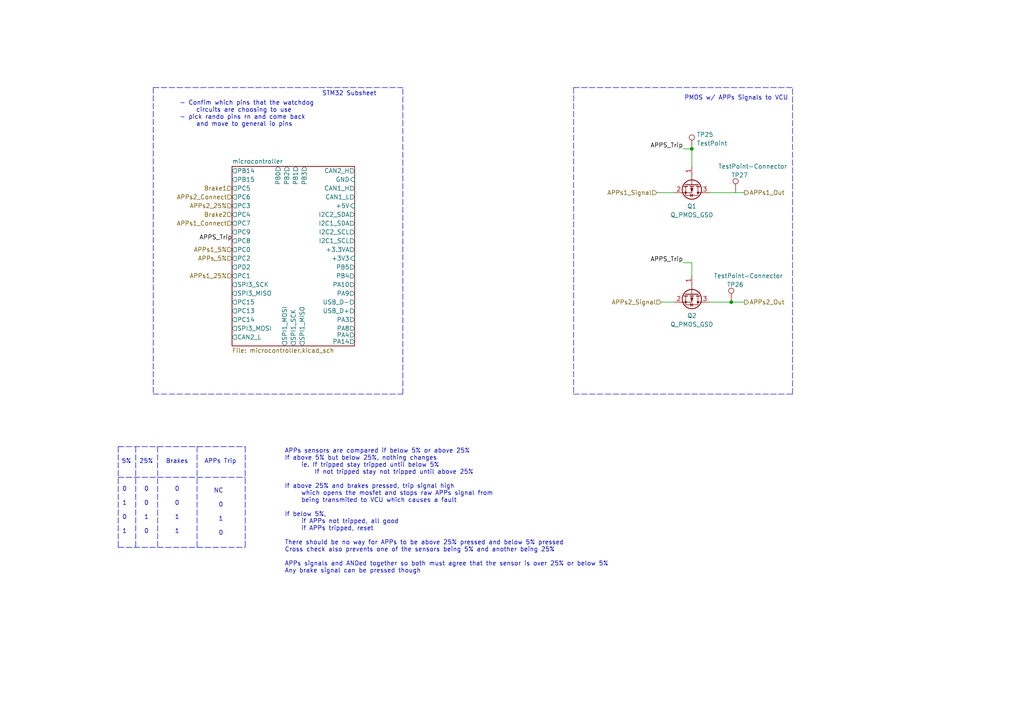
<source format=kicad_sch>
(kicad_sch (version 20211123) (generator eeschema)
  (paper "A4")
  (lib_symbols
    (symbol "20-ELC-2-01-R1(Appetizer)-rescue:TestPoint-Connector" (pin_numbers hide) (pin_names (offset 0.762) hide)
      (property "Reference" "TP" (at 0 6.858 0))
      (property "Value" "TestPoint-Connector" (at 0 5.08 0))
      (symbol "TestPoint-Connector_0_1"
        (circle (center 0 3.302) (radius 0.762))
      )
      (symbol "TestPoint-Connector_1_1"
        (pin passive line (at 0 0 90) (length 2.54) (name "1") (number "1"))
      )
    )
    (symbol "Connector:TestPoint" (pin_numbers hide) (pin_names (offset 0.762) hide)
      (property "Reference" "TP" (at 0 6.858 0))
      (property "Value" "TestPoint" (at 0 5.08 0))
      (symbol "TestPoint_0_1"
        (circle (center 0 3.302) (radius 0.762))
      )
      (symbol "TestPoint_1_1"
        (pin passive line (at 0 0 90) (length 2.54) (name "1") (number "1"))
      )
    )
    (symbol "Device:Q_PMOS_GSD" (pin_names (offset 0) hide)
      (property "Reference" "Q" (at 5.08 1.27 0))
      (property "Value" "Q_PMOS_GSD" (at 5.08 -1.27 0))
      (symbol "Q_PMOS_GSD_0_1"
        (polyline (pts (xy 0.254 0) (xy -2.54 0)))
        (polyline (pts (xy 0.254 1.905) (xy 0.254 -1.905)) (stroke (width 0.254)))
        (polyline (pts (xy 0.762 -1.27) (xy 0.762 -2.286)) (stroke (width 0.254)))
        (polyline (pts (xy 0.762 0.508) (xy 0.762 -0.508)) (stroke (width 0.254)))
        (polyline (pts (xy 0.762 2.286) (xy 0.762 1.27)) (stroke (width 0.254)))
        (polyline (pts (xy 2.54 2.54) (xy 2.54 1.778)))
        (polyline (pts (xy 2.54 -2.54) (xy 2.54 0) (xy 0.762 0)))
        (polyline (pts (xy 0.762 1.778) (xy 3.302 1.778) (xy 3.302 -1.778) (xy 0.762 -1.778)))
        (polyline (pts (xy 2.286 0) (xy 1.27 0.381) (xy 1.27 -0.381) (xy 2.286 0)) (fill (type outline)))
        (polyline (pts (xy 2.794 -0.508) (xy 2.921 -0.381) (xy 3.683 -0.381) (xy 3.81 -0.254)))
        (polyline (pts (xy 3.302 -0.381) (xy 2.921 0.254) (xy 3.683 0.254) (xy 3.302 -0.381)))
        (circle (center 1.651 0) (radius 2.794) (stroke (width 0.254)))
        (circle (center 2.54 -1.778) (radius 0.254) (fill (type outline)))
        (circle (center 2.54 1.778) (radius 0.254) (fill (type outline)))
      )
      (symbol "Q_PMOS_GSD_1_1"
        (pin input line (at -5.08 0 0) (length 2.54) (name "G") (number "1"))
        (pin passive line (at 2.54 -5.08 90) (length 2.54) (name "S") (number "2"))
        (pin passive line (at 2.54 5.08 270) (length 2.54) (name "D") (number "3"))
      )
    )
  )
  (junction (at 200.66 43.18))
  (junction (at 212.09 87.63))
  (polyline (pts (xy 39.37 129.54) (xy 39.37 158.75)))
  (polyline (pts (xy 116.84 114.3) (xy 116.84 25.4)))
  (polyline (pts (xy 166.37 25.4) (xy 166.37 114.3)))
  (wire (pts (xy 205.74 87.63) (xy 212.09 87.63)))
  (wire (pts (xy 190.5 55.88) (xy 195.58 55.88)))
  (polyline (pts (xy 34.29 129.54) (xy 34.29 158.75)))
  (polyline (pts (xy 34.29 158.75) (xy 71.12 158.75)))
  (wire (pts (xy 212.09 87.63) (xy 215.9 87.63)))
  (polyline (pts (xy 44.45 114.3) (xy 116.84 114.3)))
  (polyline (pts (xy 39.37 158.75) (xy 39.37 158.75)))
  (polyline (pts (xy 34.29 129.54) (xy 71.12 129.54)))
  (polyline (pts (xy 44.45 25.4) (xy 116.84 25.4)))
  (polyline (pts (xy 44.45 25.4) (xy 44.45 114.3)))
  (polyline (pts (xy 229.87 114.3) (xy 229.87 25.4)))
  (polyline (pts (xy 71.12 129.54) (xy 71.12 158.75)))
  (polyline (pts (xy 166.37 25.4) (xy 229.87 25.4)))
  (polyline (pts (xy 166.37 114.3) (xy 229.87 114.3)))
  (polyline (pts (xy 57.15 129.54) (xy 57.15 158.75)))
  (wire (pts (xy 200.66 43.18) (xy 200.66 48.26)))
  (polyline (pts (xy 45.72 129.54) (xy 45.72 158.75)))
  (wire (pts (xy 198.12 43.18) (xy 200.66 43.18)))
  (wire (pts (xy 198.12 76.2) (xy 200.66 76.2)))
  (wire (pts (xy 205.74 55.88) (xy 215.9 55.88)))
  (wire (pts (xy 191.77 87.63) (xy 195.58 87.63)))
  (polyline (pts (xy 34.29 138.43) (xy 71.12 138.43)))
  (wire (pts (xy 200.66 76.2) (xy 200.66 80.01)))
  (text "5%" (at 38.1 134.62 180) (effects (font (size 1.27 1.27)) (justify right bottom)))
  (text "STM32 Subsheet" (at 109.22 27.94 180) (effects (font (size 1.27 1.27)) (justify right bottom)))
  (text "0\n\n0\n\n1\n\n1" (at 52.07 154.94 180) (effects (font (size 1.27 1.27)) (justify right bottom)))
  (text "25%" (at 44.45 134.62 180) (effects (font (size 1.27 1.27)) (justify right bottom)))
  (text "APPs Trip" (at 68.58 134.62 180) (effects (font (size 1.27 1.27)) (justify right bottom)))
  (text "PMOS w/ APPs Signals to VCU" (at 228.6 29.21 180) (effects (font (size 1.27 1.27)) (justify right bottom)))
  (text "0\n\n1\n\n0\n\n1" (at 36.83 154.94 180) (effects (font (size 1.27 1.27)) (justify right bottom)))
  (text "APPs sensors are compared if below 5% or above 25%\nIf above 5% but below 25%, nothing changes\n	ie. If tripped stay tripped until below 5%\n	    If not tripped stay not tripped until above 25%\n\nIf above 25% and brakes pressed, trip signal high \n	which opens the mosfet and stops raw APPs signal from\n	being transmited to VCU which causes a fault\n\nIf below 5%,\n	if APPs not tripped, all good\n	if APPs tripped, reset\n\nThere should be no way for APPs to be above 25% pressed and below 5% pressed\nCross check also prevents one of the sensors being 5% and another being 25%\n\nAPPs signals and ANDed together so both must agree that the sensor is over 25% or below 5%\nAny brake signal can be pressed though" (at 82.55 166.37 0) (effects (font (size 1.27 1.27)) (justify left bottom)))
  (text "Brakes" (at 54.61 134.62 180) (effects (font (size 1.27 1.27)) (justify right bottom)))
  (text "NC\n\n0\n\n1\n\n0\n\n" (at 64.77 157.48 180) (effects (font (size 1.27 1.27)) (justify right bottom)))
  (text "- Confim which pins that the watchdog \n	circuits are choosing to use\n- pick rando pins rn and come back \n	and move to general io pins" (at 52.07 36.83 0) (effects (font (size 1.27 1.27)) (justify left bottom)))
  (text "0\n\n0\n\n1\n\n0" (at 43.18 154.94 180) (effects (font (size 1.27 1.27)) (justify right bottom)))
  (label "APPS_Trip" (at 198.12 76.2 180))
  (label "APPS_Trip" (at 198.12 43.18 180))
  (label "APPS_Trip" (at 67.31 69.85 180))
  (hierarchical_label "APPs2_Out" (shape output) (at 215.9 87.63 0))
  (hierarchical_label "APPs1_5%" (shape input) (at 67.31 72.39 180))
  (hierarchical_label "Brake2" (shape input) (at 67.31 62.23 180))
  (hierarchical_label "Brake1" (shape input) (at 67.31 54.61 180))
  (hierarchical_label "APPs_5%" (shape input) (at 67.31 74.93 180))
  (hierarchical_label "APPs1_Signal" (shape input) (at 190.5 55.88 180))
  (hierarchical_label "APPs1_Out" (shape output) (at 215.9 55.88 0))
  (hierarchical_label "APPs2_25%" (shape input) (at 67.31 59.69 180))
  (hierarchical_label "APPs1_25%" (shape input) (at 67.31 80.01 180))
  (hierarchical_label "APPs2_Signal" (shape input) (at 191.77 87.63 180))
  (hierarchical_label "APPs1_Connect" (shape input) (at 67.31 64.77 180))
  (hierarchical_label "APPs2_Connect" (shape input) (at 67.31 57.15 180))
  (symbol (lib_id "20-ELC-2-01-R1(Appetizer)-rescue:TestPoint-Connector") (at 213.36 55.88 0) (unit 1)
    (property "Reference" "TP27" (at 212.09 50.8 0) (effects (justify left)))
    (property "Value" "TestPoint-Connector" (at 208.28 48.26 0) (effects (justify left)))
    (property "Footprint" "TestPoint:TestPoint_THTPad_D1.0mm_Drill0.5mm" (effects hide))
  )
  (symbol (lib_id "Connector:TestPoint") (at 200.66 43.18 0) (unit 1)
    (property "Reference" "TP25" (at 202.057 39.0433 0) (effects (justify left)))
    (property "Value" "TestPoint" (at 202.057 41.5802 0) (effects (justify left)))
    (property "Footprint" "TestPoint:TestPoint_THTPad_D1.0mm_Drill0.5mm" (effects hide))
  )
  (symbol (lib_id "Device:Q_PMOS_GSD") (at 200.66 53.34 270) (unit 1)
    (property "Reference" "Q1" (at 200.66 59.8154 90))
    (property "Value" "Q_PMOS_GSD" (at 200.66 62.3523 90))
    (property "Datasheet" "https://datasheet.lcsc.com/lcsc/1808272021_Vishay-Intertech-SI2301CDS-T1-GE3_C10487.pdf" (effects hide))
  )
  (symbol (lib_id "20-ELC-2-01-R1(Appetizer)-rescue:TestPoint-Connector") (at 212.09 87.63 0) (unit 1)
    (property "Reference" "TP26" (at 210.82 82.55 0) (effects (justify left)))
    (property "Value" "TestPoint-Connector" (at 207.01 80.01 0) (effects (justify left)))
    (property "Footprint" "TestPoint:TestPoint_THTPad_D1.0mm_Drill0.5mm" (effects hide))
  )
  (symbol (lib_id "Device:Q_PMOS_GSD") (at 200.66 85.09 270) (unit 1)
    (property "Reference" "Q2" (at 200.66 91.5654 90))
    (property "Value" "Q_PMOS_GSD" (at 200.66 94.1023 90))
    (property "Datasheet" "https://datasheet.lcsc.com/lcsc/1808272021_Vishay-Intertech-SI2301CDS-T1-GE3_C10487.pdf" (effects hide))
  )
  (sheet (at 67.31 48.26) (size 35.56 52.07) (stroke (width 0.1524))
    (property "Sheet name" "microcontroller" (at 67.31 47.5484 0) (effects (justify left bottom)))
    (property "Sheet file" "microcontroller.kicad_sch" (at 67.31 100.9146 0) (effects (justify left top)))
    (pin "PB14" output (at 67.31 49.53 180))
    (pin "PB15" output (at 67.31 52.07 180))
    (pin "PC5" output (at 67.31 54.61 180))
    (pin "PC6" output (at 67.31 57.15 180))
    (pin "PC3" output (at 67.31 59.69 180))
    (pin "PC4" output (at 67.31 62.23 180))
    (pin "PC7" output (at 67.31 64.77 180))
    (pin "PC9" output (at 67.31 67.31 180))
    (pin "PC8" output (at 67.31 69.85 180))
    (pin "PC0" output (at 67.31 72.39 180))
    (pin "PC2" output (at 67.31 74.93 180))
    (pin "PD2" output (at 67.31 77.47 180))
    (pin "PC1" output (at 67.31 80.01 180))
    (pin "SPI3_SCK" output (at 67.31 82.55 180))
    (pin "SPI3_MISO" output (at 67.31 85.09 180))
    (pin "PC15" output (at 67.31 87.63 180))
    (pin "PC13" output (at 67.31 90.17 180))
    (pin "PC14" output (at 67.31 92.71 180))
    (pin "SPI3_MOSI" output (at 67.31 95.25 180))
    (pin "CAN2_L" output (at 67.31 97.79 180))
    (pin "CAN2_H" output (at 102.87 49.53 0))
    (pin "GND" input (at 102.87 52.07 0))
    (pin "CAN1_H" output (at 102.87 54.61 0))
    (pin "CAN1_L" output (at 102.87 57.15 0))
    (pin "+5V" input (at 102.87 59.69 0))
    (pin "I2C2_SDA" output (at 102.87 62.23 0))
    (pin "I2C1_SDA" output (at 102.87 64.77 0))
    (pin "I2C2_SCL" output (at 102.87 67.31 0))
    (pin "I2C1_SCL" output (at 102.87 69.85 0))
    (pin "+3.3VA" output (at 102.87 72.39 0))
    (pin "+3V3" input (at 102.87 74.93 0))
    (pin "PB5" output (at 102.87 77.47 0))
    (pin "PB4" output (at 102.87 80.01 0))
    (pin "PA10" output (at 102.87 82.55 0))
    (pin "PA9" output (at 102.87 85.09 0))
    (pin "USB_D-" output (at 102.87 87.63 0))
    (pin "USB_D+" output (at 102.87 90.17 0))
    (pin "PA3" output (at 102.87 92.71 0))
    (pin "PA8" output (at 102.87 95.25 0))
    (pin "PA4" output (at 102.87 97.155 0))
    (pin "PA14" output (at 102.87 99.06 0))
    (pin "PB0" output (at 80.645 48.26 90))
    (pin "PB2" output (at 83.185 48.26 90))
    (pin "PB1" output (at 85.725 48.26 90))
    (pin "PB3" output (at 88.265 48.26 90))
    (pin "SPI1_MOSI" output (at 82.55 100.33 270))
    (pin "SPI1_SCK" output (at 85.09 100.33 270))
    (pin "SPI1_MISO" output (at 87.63 100.33 270))
  )
)
</source>
